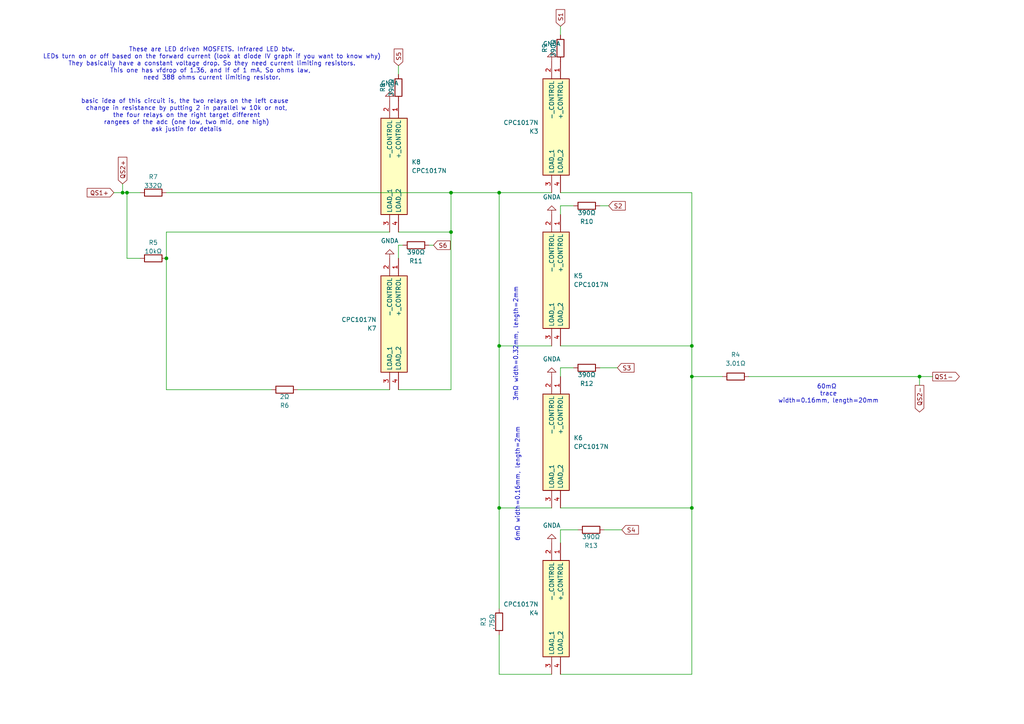
<source format=kicad_sch>
(kicad_sch (version 20231120) (generator "eeschema") (generator_version "8.0")
  (paper "A4")
  (lib_symbols
    (symbol "Device:R" (pin_numbers hide) (pin_names (offset 0))
      (property "Reference" "R" (at 2.032 0 90))
      (property "Value" "R" (at 0 0 90))
      (symbol "R_0_1"
        (rectangle (start -1.016 -2.54) (end 1.016 2.54) (stroke (width 0.254)))
      )
      (symbol "R_1_1"
        (pin passive line (at 0 3.81 270) (length 1.27) (name "~") (number "1"))
        (pin passive line (at 0 -3.81 90) (length 1.27) (name "~") (number "2"))
      )
    )
    (symbol "accessory_test:CPC1017N"
      (property "Reference" "K" (at 34.29 7.62 0))
      (property "Value" "CPC1017N" (at 34.29 5.08 0))
      (symbol "CPC1017N_1_1"
        (rectangle (start 5.08 2.54) (end 33.02 -5.08) (stroke (width 0.254)) (fill (type background)))
        (pin passive line (at 0 0 0) (length 5.08) (name "+_CONTROL") (number "1"))
        (pin passive line (at 0 -2.54 0) (length 5.08) (name "-_CONTROL") (number "2"))
        (pin passive line (at 38.1 -2.54 180) (length 5.08) (name "LOAD_1") (number "3"))
        (pin passive line (at 38.1 0 180) (length 5.08) (name "LOAD_2") (number "4"))
      )
    )
    (symbol "power:GNDA" (power) (pin_numbers hide) (pin_names (offset 0) hide)
      (property "Value" "GNDA" (at 0 -3.81 0))
      (symbol "GNDA_0_1"
        (polyline (pts (xy 0 0) (xy 0 -1.27) (xy 1.27 -1.27) (xy 0 -2.54) (xy -1.27 -1.27) (xy 0 -1.27)))
      )
      (symbol "GNDA_1_1"
        (pin power_in line (at 0 0 270) (length 0) (name "~") (number "1"))
      )
    )
  )
  (junction (at 144.78 147.32))
  (junction (at 35.56 55.88))
  (junction (at 130.81 67.31))
  (junction (at 266.7 109.22))
  (junction (at 200.66 147.32))
  (junction (at 144.78 55.88))
  (junction (at 144.78 100.33))
  (junction (at 200.66 109.22))
  (junction (at 200.66 100.33))
  (junction (at 48.26 74.93))
  (junction (at 36.83 55.88))
  (junction (at 130.81 55.88))
  (wire (pts (xy 200.66 195.58) (xy 200.66 147.32)))
  (wire (pts (xy 266.7 109.22) (xy 266.7 111.76)))
  (wire (pts (xy 115.57 67.31) (xy 130.81 67.31)))
  (wire (pts (xy 160.02 100.33) (xy 144.78 100.33)))
  (wire (pts (xy 36.83 55.88) (xy 40.64 55.88)))
  (wire (pts (xy 209.55 109.22) (xy 200.66 109.22)))
  (wire (pts (xy 125.73 71.12) (xy 124.46 71.12)))
  (wire (pts (xy 166.37 59.69) (xy 162.56 59.69)))
  (wire (pts (xy 166.37 106.68) (xy 162.56 106.68)))
  (wire (pts (xy 162.56 147.32) (xy 200.66 147.32)))
  (wire (pts (xy 144.78 176.53) (xy 144.78 147.32)))
  (wire (pts (xy 162.56 100.33) (xy 200.66 100.33)))
  (wire (pts (xy 176.53 59.69) (xy 173.99 59.69)))
  (wire (pts (xy 200.66 109.22) (xy 200.66 100.33)))
  (wire (pts (xy 200.66 55.88) (xy 200.66 100.33)))
  (wire (pts (xy 266.7 109.22) (xy 217.17 109.22)))
  (wire (pts (xy 162.56 55.88) (xy 200.66 55.88)))
  (wire (pts (xy 162.56 106.68) (xy 162.56 109.22)))
  (wire (pts (xy 180.34 153.67) (xy 175.26 153.67)))
  (wire (pts (xy 130.81 55.88) (xy 144.78 55.88)))
  (wire (pts (xy 86.36 113.03) (xy 113.03 113.03)))
  (wire (pts (xy 200.66 147.32) (xy 200.66 109.22)))
  (wire (pts (xy 115.57 71.12) (xy 115.57 74.93)))
  (wire (pts (xy 116.84 71.12) (xy 115.57 71.12)))
  (wire (pts (xy 162.56 7.62) (xy 162.56 10.16)))
  (wire (pts (xy 162.56 195.58) (xy 200.66 195.58)))
  (wire (pts (xy 48.26 67.31) (xy 113.03 67.31)))
  (wire (pts (xy 48.26 113.03) (xy 78.74 113.03)))
  (wire (pts (xy 130.81 113.03) (xy 130.81 67.31)))
  (wire (pts (xy 144.78 195.58) (xy 144.78 184.15)))
  (wire (pts (xy 36.83 74.93) (xy 36.83 55.88)))
  (wire (pts (xy 48.26 74.93) (xy 48.26 67.31)))
  (wire (pts (xy 35.56 55.88) (xy 36.83 55.88)))
  (wire (pts (xy 40.64 74.93) (xy 36.83 74.93)))
  (wire (pts (xy 160.02 195.58) (xy 144.78 195.58)))
  (wire (pts (xy 130.81 67.31) (xy 130.81 55.88)))
  (wire (pts (xy 144.78 147.32) (xy 144.78 100.33)))
  (wire (pts (xy 35.56 53.34) (xy 35.56 55.88)))
  (wire (pts (xy 115.57 19.05) (xy 115.57 21.59)))
  (wire (pts (xy 162.56 153.67) (xy 162.56 157.48)))
  (wire (pts (xy 160.02 147.32) (xy 144.78 147.32)))
  (wire (pts (xy 270.51 109.22) (xy 266.7 109.22)))
  (wire (pts (xy 48.26 74.93) (xy 48.26 113.03)))
  (wire (pts (xy 115.57 113.03) (xy 130.81 113.03)))
  (wire (pts (xy 48.26 55.88) (xy 130.81 55.88)))
  (wire (pts (xy 179.07 106.68) (xy 173.99 106.68)))
  (wire (pts (xy 162.56 59.69) (xy 162.56 62.23)))
  (wire (pts (xy 167.64 153.67) (xy 162.56 153.67)))
  (wire (pts (xy 144.78 100.33) (xy 144.78 55.88)))
  (wire (pts (xy 144.78 55.88) (xy 160.02 55.88)))
  (wire (pts (xy 33.02 55.88) (xy 35.56 55.88)))
  (text "60mΩ \ntrace\nwidth=0.16mm, length=20mm\n" (at 240.284 114.3 0) (effects (font (size 1.27 1.27))))
  (text "6mΩ width=0.16mm, length=2mm" (at 150.114 140.462 90) (effects (font (size 1.27 1.27))))
  (text "These are LED driven MOSFETS. Infrared LED btw.\nLEDs turn on or off based on the forward current (look at diode IV graph if you want to know why)\nThey basically have a constant voltage drop. So they need current limiting resistors.\nThis one has vfdrop of 1.36, and If of 1 mA. So ohms law, \nneed 388 ohms current limiting resistor.\n" (at 61.468 18.542 0) (effects (font (size 1.27 1.27))))
  (text "basic idea of this circuit is, the two relays on the left cause \nchange in resistance by putting 2 in parallel w 10k or not,\nthe four relays on the right target different\nrangees of the adc (one low, two mid, one high)\nask justin for details" (at 54.102 33.528 0) (effects (font (size 1.27 1.27))))
  (text "3mΩ width=0.32mm, length=2mm" (at 149.606 99.822 90) (effects (font (size 1.27 1.27))))
  (global_label "QS2-" (shape output) (at 266.7 111.76 270) (property "Intersheetrefs" "${INTERSHEET_REFS}" (effects (hide yes))))
  (global_label "S5" (shape input) (at 115.57 19.05 90) (property "Intersheetrefs" "${INTERSHEET_REFS}" (effects (hide yes))))
  (global_label "QS1-" (shape output) (at 270.51 109.22 0) (property "Intersheetrefs" "${INTERSHEET_REFS}" (effects (hide yes))))
  (global_label "S6" (shape input) (at 125.73 71.12 0) (property "Intersheetrefs" "${INTERSHEET_REFS}" (effects (hide yes))))
  (global_label "QS1+" (shape input) (at 33.02 55.88 180) (property "Intersheetrefs" "${INTERSHEET_REFS}" (effects (hide yes))))
  (global_label "QS2+" (shape input) (at 35.56 53.34 90) (property "Intersheetrefs" "${INTERSHEET_REFS}" (effects (hide yes))))
  (global_label "S1" (shape input) (at 162.56 7.62 90) (property "Intersheetrefs" "${INTERSHEET_REFS}" (effects (hide yes))))
  (global_label "S3" (shape input) (at 179.07 106.68 0) (property "Intersheetrefs" "${INTERSHEET_REFS}" (effects (hide yes))))
  (global_label "S2" (shape input) (at 176.53 59.69 0) (property "Intersheetrefs" "${INTERSHEET_REFS}" (effects (hide yes))))
  (global_label "S4" (shape input) (at 180.34 153.67 0) (property "Intersheetrefs" "${INTERSHEET_REFS}" (effects (hide yes))))
  (symbol (lib_id "Device:R") (at 120.65 71.12 90) (unit 1)
    (property "Reference" "R11" (at 120.65 75.692 90))
    (property "Value" "390Ω" (at 120.65 73.152 90))
    (property "Footprint" "Resistor_SMD:R_0603_1608Metric" (effects (hide yes)))
    (property "Description" "Resistor" (effects (hide yes)))
  )
  (symbol (lib_id "Device:R") (at 82.55 113.03 90) (unit 1)
    (property "Reference" "R6" (at 82.55 117.602 90))
    (property "Value" "2Ω" (at 82.55 115.062 90))
    (property "Footprint" "Resistor_SMD:R_0603_1608Metric" (effects (hide yes)))
    (property "Description" "Resistor" (effects (hide yes)))
  )
  (symbol (lib_id "Device:R") (at 44.45 74.93 270) (unit 1)
    (property "Reference" "R5" (at 44.45 70.358 90))
    (property "Value" "10kΩ" (at 44.45 72.898 90))
    (property "Footprint" "Resistor_SMD:R_0603_1608Metric" (effects (hide yes)))
    (property "Description" "Resistor" (effects (hide yes)))
  )
  (symbol (lib_id "power:GNDA") (at 113.03 29.21 180) (unit 1)
    (property "Reference" "#PWR030" (effects (hide yes)))
    (property "Value" "GNDA" (at 113.03 24.13 0))
    (property "Description" "Power symbol creates a global label with name \"GNDA\" , analog ground" (effects (hide yes)))
  )
  (symbol (lib_id "accessory_test:CPC1017N") (at 162.56 157.48 270) (unit 1)
    (property "Reference" "K4" (at 156.21 177.8001 90) (effects (justify right)))
    (property "Value" "CPC1017N" (at 156.21 175.2601 90) (effects (justify right)))
    (property "Footprint" "accessory_test:CPC1017N" (effects (hide yes)))
    (property "Datasheet" "https://www.ixysic.com/home/pdfs.nsf/www/CPC1017N.pdf/$file/CPC1017N.pdf" (effects (hide yes)))
    (property "Description" "Relay SSR 50mA 1.4V DC-IN 0.1A 60V 4-Pin SOP Tube" (effects (hide yes)))
    (property "Height" "2.055" (effects (hide yes)))
    (property "Mouser Part Number" "849-CPC1017N" (effects (hide yes)))
    (property "Mouser Price/Stock" "https://www.mouser.co.uk/ProductDetail/IXYS-Integrated-Circuits/CPC1017N?qs=h2iAtNzNjMSJoWxc%2FDvCWA%3D%3D" (effects (hide yes)))
    (property "Manufacturer_Name" "LITTELFUSE" (effects (hide yes)))
    (property "Manufacturer_Part_Number" "CPC1017N" (effects (hide yes)))
  )
  (symbol (lib_id "power:GNDA") (at 160.02 109.22 180) (unit 1)
    (property "Reference" "#PWR036" (effects (hide yes)))
    (property "Value" "GNDA" (at 160.02 104.14 0))
    (property "Description" "Power symbol creates a global label with name \"GNDA\" , analog ground" (effects (hide yes)))
  )
  (symbol (lib_id "power:GNDA") (at 160.02 17.78 180) (unit 1)
    (property "Reference" "#PWR031" (effects (hide yes)))
    (property "Value" "GNDA" (at 160.02 12.7 0))
    (property "Description" "Power symbol creates a global label with name \"GNDA\" , analog ground" (effects (hide yes)))
  )
  (symbol (lib_id "Device:R") (at 213.36 109.22 270) (unit 1)
    (property "Reference" "R4" (at 213.36 102.87 90))
    (property "Value" "3.01Ω" (at 213.36 105.41 90))
    (property "Footprint" "Resistor_SMD:R_1206_3216Metric" (effects (hide yes)))
    (property "Description" "Resistor" (effects (hide yes)))
  )
  (symbol (lib_id "Device:R") (at 171.45 153.67 90) (unit 1)
    (property "Reference" "R13" (at 171.45 158.242 90))
    (property "Value" "390Ω" (at 171.45 155.702 90))
    (property "Footprint" "Resistor_SMD:R_0603_1608Metric" (effects (hide yes)))
    (property "Description" "Resistor" (effects (hide yes)))
  )
  (symbol (lib_id "accessory_test:CPC1017N") (at 162.56 62.23 270) (unit 1)
    (property "Reference" "K5" (at 166.37 80.0099 90) (effects (justify left)))
    (property "Value" "CPC1017N" (at 166.37 82.5499 90) (effects (justify left)))
    (property "Footprint" "accessory_test:CPC1017N" (effects (hide yes)))
    (property "Datasheet" "https://www.ixysic.com/home/pdfs.nsf/www/CPC1017N.pdf/$file/CPC1017N.pdf" (effects (hide yes)))
    (property "Description" "Relay SSR 50mA 1.4V DC-IN 0.1A 60V 4-Pin SOP Tube" (effects (hide yes)))
    (property "Height" "2.055" (effects (hide yes)))
    (property "Mouser Part Number" "849-CPC1017N" (effects (hide yes)))
    (property "Mouser Price/Stock" "https://www.mouser.co.uk/ProductDetail/IXYS-Integrated-Circuits/CPC1017N?qs=h2iAtNzNjMSJoWxc%2FDvCWA%3D%3D" (effects (hide yes)))
    (property "Manufacturer_Name" "LITTELFUSE" (effects (hide yes)))
    (property "Manufacturer_Part_Number" "CPC1017N" (effects (hide yes)))
  )
  (symbol (lib_id "Device:R") (at 162.56 13.97 0) (unit 1)
    (property "Reference" "R9" (at 157.988 13.97 90))
    (property "Value" "390Ω" (at 160.528 13.97 90))
    (property "Footprint" "Resistor_SMD:R_0603_1608Metric" (effects (hide yes)))
    (property "Description" "Resistor" (effects (hide yes)))
  )
  (symbol (lib_id "Device:R") (at 115.57 25.4 0) (unit 1)
    (property "Reference" "R8" (at 110.998 25.4 90))
    (property "Value" "390Ω" (at 113.538 25.4 90))
    (property "Footprint" "Resistor_SMD:R_0603_1608Metric" (effects (hide yes)))
    (property "Description" "Resistor" (effects (hide yes)))
  )
  (symbol (lib_id "accessory_test:CPC1017N") (at 115.57 74.93 270) (unit 1)
    (property "Reference" "K7" (at 109.22 95.2501 90) (effects (justify right)))
    (property "Value" "CPC1017N" (at 109.22 92.7101 90) (effects (justify right)))
    (property "Footprint" "accessory_test:CPC1017N" (effects (hide yes)))
    (property "Datasheet" "https://www.ixysic.com/home/pdfs.nsf/www/CPC1017N.pdf/$file/CPC1017N.pdf" (effects (hide yes)))
    (property "Description" "Relay SSR 50mA 1.4V DC-IN 0.1A 60V 4-Pin SOP Tube" (effects (hide yes)))
    (property "Height" "2.055" (effects (hide yes)))
    (property "Mouser Part Number" "849-CPC1017N" (effects (hide yes)))
    (property "Mouser Price/Stock" "https://www.mouser.co.uk/ProductDetail/IXYS-Integrated-Circuits/CPC1017N?qs=h2iAtNzNjMSJoWxc%2FDvCWA%3D%3D" (effects (hide yes)))
    (property "Manufacturer_Name" "LITTELFUSE" (effects (hide yes)))
    (property "Manufacturer_Part_Number" "CPC1017N" (effects (hide yes)))
  )
  (symbol (lib_id "Device:R") (at 170.18 59.69 90) (unit 1)
    (property "Reference" "R10" (at 170.18 64.262 90))
    (property "Value" "390Ω" (at 170.18 61.722 90))
    (property "Footprint" "Resistor_SMD:R_0603_1608Metric" (effects (hide yes)))
    (property "Description" "Resistor" (effects (hide yes)))
  )
  (symbol (lib_id "Device:R") (at 144.78 180.34 0) (unit 1)
    (property "Reference" "R3" (at 140.208 180.34 90))
    (property "Value" ".75Ω" (at 142.748 180.34 90))
    (property "Footprint" "Resistor_SMD:R_0603_1608Metric" (effects (hide yes)))
    (property "Description" "Resistor" (effects (hide yes)))
  )
  (symbol (lib_id "accessory_test:CPC1017N") (at 162.56 17.78 270) (unit 1)
    (property "Reference" "K3" (at 156.21 38.1001 90) (effects (justify right)))
    (property "Value" "CPC1017N" (at 156.21 35.5601 90) (effects (justify right)))
    (property "Footprint" "accessory_test:CPC1017N" (effects (hide yes)))
    (property "Datasheet" "https://www.ixysic.com/home/pdfs.nsf/www/CPC1017N.pdf/$file/CPC1017N.pdf" (effects (hide yes)))
    (property "Description" "Relay SSR 50mA 1.4V DC-IN 0.1A 60V 4-Pin SOP Tube" (effects (hide yes)))
    (property "Height" "2.055" (effects (hide yes)))
    (property "Mouser Part Number" "849-CPC1017N" (effects (hide yes)))
    (property "Mouser Price/Stock" "https://www.mouser.co.uk/ProductDetail/IXYS-Integrated-Circuits/CPC1017N?qs=h2iAtNzNjMSJoWxc%2FDvCWA%3D%3D" (effects (hide yes)))
    (property "Manufacturer_Name" "LITTELFUSE" (effects (hide yes)))
    (property "Manufacturer_Part_Number" "CPC1017N" (effects (hide yes)))
  )
  (symbol (lib_id "power:GNDA") (at 160.02 62.23 180) (unit 1)
    (property "Reference" "#PWR033" (effects (hide yes)))
    (property "Value" "GNDA" (at 160.02 57.15 0))
    (property "Description" "Power symbol creates a global label with name \"GNDA\" , analog ground" (effects (hide yes)))
  )
  (symbol (lib_id "power:GNDA") (at 160.02 157.48 180) (unit 1)
    (property "Reference" "#PWR037" (effects (hide yes)))
    (property "Value" "GNDA" (at 160.02 152.4 0))
    (property "Description" "Power symbol creates a global label with name \"GNDA\" , analog ground" (effects (hide yes)))
  )
  (symbol (lib_id "accessory_test:CPC1017N") (at 162.56 109.22 270) (unit 1)
    (property "Reference" "K6" (at 166.37 126.9999 90) (effects (justify left)))
    (property "Value" "CPC1017N" (at 166.37 129.5399 90) (effects (justify left)))
    (property "Footprint" "accessory_test:CPC1017N" (effects (hide yes)))
    (property "Datasheet" "https://www.ixysic.com/home/pdfs.nsf/www/CPC1017N.pdf/$file/CPC1017N.pdf" (effects (hide yes)))
    (property "Description" "Relay SSR 50mA 1.4V DC-IN 0.1A 60V 4-Pin SOP Tube" (effects (hide yes)))
    (property "Height" "2.055" (effects (hide yes)))
    (property "Mouser Part Number" "849-CPC1017N" (effects (hide yes)))
    (property "Mouser Price/Stock" "https://www.mouser.co.uk/ProductDetail/IXYS-Integrated-Circuits/CPC1017N?qs=h2iAtNzNjMSJoWxc%2FDvCWA%3D%3D" (effects (hide yes)))
    (property "Manufacturer_Name" "LITTELFUSE" (effects (hide yes)))
    (property "Manufacturer_Part_Number" "CPC1017N" (effects (hide yes)))
  )
  (symbol (lib_id "Device:R") (at 44.45 55.88 270) (unit 1)
    (property "Reference" "R7" (at 44.45 51.308 90))
    (property "Value" "332Ω" (at 44.45 53.848 90))
    (property "Footprint" "Resistor_SMD:R_0402_1005Metric" (effects (hide yes)))
    (property "Description" "Resistor" (effects (hide yes)))
  )
  (symbol (lib_id "accessory_test:CPC1017N") (at 115.57 29.21 270) (unit 1)
    (property "Reference" "K8" (at 119.38 46.9899 90) (effects (justify left)))
    (property "Value" "CPC1017N" (at 119.38 49.5299 90) (effects (justify left)))
    (property "Footprint" "accessory_test:CPC1017N" (effects (hide yes)))
    (property "Datasheet" "https://www.ixysic.com/home/pdfs.nsf/www/CPC1017N.pdf/$file/CPC1017N.pdf" (effects (hide yes)))
    (property "Description" "Relay SSR 50mA 1.4V DC-IN 0.1A 60V 4-Pin SOP Tube" (effects (hide yes)))
    (property "Height" "2.055" (effects (hide yes)))
    (property "Mouser Part Number" "849-CPC1017N" (effects (hide yes)))
    (property "Mouser Price/Stock" "https://www.mouser.co.uk/ProductDetail/IXYS-Integrated-Circuits/CPC1017N?qs=h2iAtNzNjMSJoWxc%2FDvCWA%3D%3D" (effects (hide yes)))
    (property "Manufacturer_Name" "LITTELFUSE" (effects (hide yes)))
    (property "Manufacturer_Part_Number" "CPC1017N" (effects (hide yes)))
  )
  (symbol (lib_id "Device:R") (at 170.18 106.68 90) (unit 1)
    (property "Reference" "R12" (at 170.18 111.252 90))
    (property "Value" "390Ω" (at 170.18 108.712 90))
    (property "Footprint" "Resistor_SMD:R_0603_1608Metric" (effects (hide yes)))
    (property "Description" "Resistor" (effects (hide yes)))
  )
  (symbol (lib_id "power:GNDA") (at 113.03 74.93 180) (unit 1)
    (property "Reference" "#PWR035" (effects (hide yes)))
    (property "Value" "GNDA" (at 113.03 69.85 0))
    (property "Description" "Power symbol creates a global label with name \"GNDA\" , analog ground" (effects (hide yes)))
  )
)
</source>
